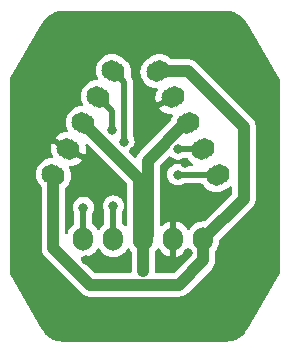
<source format=gbr>
%TF.GenerationSoftware,KiCad,Pcbnew,7.0.9*%
%TF.CreationDate,2024-03-01T11:20:35+09:00*%
%TF.ProjectId,LineIntegratedBoard2,4c696e65-496e-4746-9567-726174656442,rev?*%
%TF.SameCoordinates,Original*%
%TF.FileFunction,Copper,L2,Bot*%
%TF.FilePolarity,Positive*%
%FSLAX46Y46*%
G04 Gerber Fmt 4.6, Leading zero omitted, Abs format (unit mm)*
G04 Created by KiCad (PCBNEW 7.0.9) date 2024-03-01 11:20:35*
%MOMM*%
%LPD*%
G01*
G04 APERTURE LIST*
G04 Aperture macros list*
%AMHorizOval*
0 Thick line with rounded ends*
0 $1 width*
0 $2 $3 position (X,Y) of the first rounded end (center of the circle)*
0 $4 $5 position (X,Y) of the second rounded end (center of the circle)*
0 Add line between two ends*
20,1,$1,$2,$3,$4,$5,0*
0 Add two circle primitives to create the rounded ends*
1,1,$1,$2,$3*
1,1,$1,$4,$5*%
G04 Aperture macros list end*
%TA.AperFunction,SMDPad,CuDef*%
%ADD10O,1.700000X2.000000*%
%TD*%
%TA.AperFunction,SMDPad,CuDef*%
%ADD11HorizOval,1.700000X-0.129904X-0.075000X0.129904X0.075000X0*%
%TD*%
%TA.AperFunction,SMDPad,CuDef*%
%ADD12HorizOval,1.700000X0.129904X-0.075000X-0.129904X0.075000X0*%
%TD*%
%TA.AperFunction,ViaPad*%
%ADD13C,0.800000*%
%TD*%
%TA.AperFunction,Conductor*%
%ADD14C,1.000000*%
%TD*%
%TA.AperFunction,Conductor*%
%ADD15C,0.500000*%
%TD*%
G04 APERTURE END LIST*
D10*
%TO.P,J3,5,Pin_5*%
%TO.N,D6*%
X147320000Y-106934000D03*
%TO.P,J3,4,Pin_4*%
%TO.N,D5*%
X149860000Y-106934000D03*
%TO.P,J3,3,Pin_3*%
%TO.N,LED*%
X152400000Y-106934000D03*
%TO.P,J3,2,Pin_2*%
%TO.N,GND*%
X154940000Y-106934000D03*
%TO.P,J3,1,Pin_1*%
%TO.N,+3V3*%
X157480000Y-106934000D03*
%TD*%
D11*
%TO.P,J1,5,Pin_5*%
%TO.N,D2*%
X158719751Y-101512426D03*
%TO.P,J1,4,Pin_4*%
%TO.N,D1*%
X157449751Y-99312721D03*
%TO.P,J1,3,Pin_3*%
%TO.N,LED*%
X156179751Y-97113017D03*
%TO.P,J1,2,Pin_2*%
%TO.N,GND*%
X154909751Y-94913312D03*
%TO.P,J1,1,Pin_1*%
%TO.N,+3V3*%
X153639751Y-92713608D03*
%TD*%
D12*
%TO.P,J2,5,Pin_5*%
%TO.N,D4*%
X149860000Y-92710000D03*
%TO.P,J2,4,Pin_4*%
%TO.N,D3*%
X148590000Y-94909704D03*
%TO.P,J2,3,Pin_3*%
%TO.N,LED*%
X147320000Y-97109409D03*
%TO.P,J2,2,Pin_2*%
%TO.N,GND*%
X146050000Y-99309113D03*
%TO.P,J2,1,Pin_1*%
%TO.N,+3V3*%
X144780000Y-101508818D03*
%TD*%
D13*
%TO.N,GND*%
X151638000Y-99441000D03*
X150749000Y-109093000D03*
X147574000Y-108712000D03*
X146177000Y-94488000D03*
X146177000Y-91948000D03*
X154305000Y-96647000D03*
X155956000Y-100457000D03*
X152400000Y-89535000D03*
X145161000Y-88646000D03*
X159766000Y-88646000D03*
X158242000Y-92456000D03*
X151765000Y-91948000D03*
X152781000Y-94615000D03*
X147828000Y-100203000D03*
X150495000Y-102870000D03*
X156210000Y-108077000D03*
X153797000Y-108966000D03*
X157988000Y-103759000D03*
X154432000Y-104775000D03*
X154432000Y-102616000D03*
X141986000Y-92964000D03*
X141986000Y-104902000D03*
X145161000Y-114681000D03*
X145669000Y-111125000D03*
X159512000Y-107823000D03*
X158242000Y-110490000D03*
%TO.N,+3V3*%
X156210000Y-92710000D03*
X155194000Y-92710000D03*
%TO.N,LED*%
X152400000Y-109601000D03*
X152400000Y-108585000D03*
%TO.N,D6*%
X147320000Y-104267000D03*
%TO.N,D5*%
X149860000Y-104140000D03*
%TO.N,D4*%
X150749000Y-98679000D03*
%TO.N,D3*%
X149733000Y-97663000D03*
%TO.N,D2*%
X155321000Y-101473000D03*
%TO.N,D1*%
X155321000Y-99314000D03*
%TD*%
D14*
%TO.N,+3V3*%
X156210000Y-92710000D02*
X160909000Y-97409000D01*
X160909000Y-97409000D02*
X160909000Y-103505000D01*
X160909000Y-103505000D02*
X157480000Y-106934000D01*
X155194000Y-92710000D02*
X153643359Y-92710000D01*
X155194000Y-92710000D02*
X156210000Y-92710000D01*
X153643359Y-92710000D02*
X153639751Y-92713608D01*
X157480000Y-106934000D02*
X157480000Y-108712000D01*
X144780000Y-107696000D02*
X144780000Y-101508818D01*
X157480000Y-108712000D02*
X155391000Y-110801000D01*
X155391000Y-110801000D02*
X147885000Y-110801000D01*
X147885000Y-110801000D02*
X144780000Y-107696000D01*
%TO.N,LED*%
X152400000Y-106934000D02*
X152400000Y-109601000D01*
X147320000Y-97109409D02*
X152019000Y-101808409D01*
X152019000Y-101808409D02*
X152019000Y-106553000D01*
X152019000Y-106553000D02*
X152400000Y-106934000D01*
X152400000Y-106934000D02*
X152781000Y-106553000D01*
X152781000Y-106553000D02*
X152781000Y-100298365D01*
X152781000Y-100298365D02*
X155966348Y-97113017D01*
X155966348Y-97113017D02*
X156179751Y-97113017D01*
D15*
%TO.N,D6*%
X147320000Y-104267000D02*
X147320000Y-106934000D01*
%TO.N,D5*%
X149860000Y-104140000D02*
X149860000Y-106934000D01*
%TO.N,D4*%
X150749000Y-93599000D02*
X149860000Y-92710000D01*
X150749000Y-98679000D02*
X150749000Y-93599000D01*
%TO.N,D3*%
X149733000Y-97663000D02*
X149733000Y-96052704D01*
X149733000Y-96052704D02*
X148590000Y-94909704D01*
%TO.N,D2*%
X155321000Y-101473000D02*
X158680325Y-101473000D01*
X158680325Y-101473000D02*
X158719751Y-101512426D01*
%TO.N,D1*%
X155321000Y-99314000D02*
X157448472Y-99314000D01*
X157448472Y-99314000D02*
X157449751Y-99312721D01*
%TD*%
%TA.AperFunction,Conductor*%
%TO.N,GND*%
G36*
X151214855Y-107750543D02*
G01*
X151231571Y-107769836D01*
X151275617Y-107832739D01*
X151361504Y-107955400D01*
X151363173Y-107957069D01*
X151363675Y-107957989D01*
X151364986Y-107959551D01*
X151364672Y-107959814D01*
X151396664Y-108018389D01*
X151399500Y-108044758D01*
X151399500Y-109651741D01*
X151400742Y-109663954D01*
X151387941Y-109732641D01*
X151340038Y-109783504D01*
X151277378Y-109800500D01*
X148350783Y-109800500D01*
X148283744Y-109780815D01*
X148263102Y-109764181D01*
X147727160Y-109228239D01*
X147142910Y-108643990D01*
X147109426Y-108582668D01*
X147114410Y-108512976D01*
X147156282Y-108457043D01*
X147221746Y-108432626D01*
X147241397Y-108432781D01*
X147298645Y-108437790D01*
X147319999Y-108439659D01*
X147320000Y-108439659D01*
X147320001Y-108439659D01*
X147359234Y-108436226D01*
X147555408Y-108419063D01*
X147783663Y-108357903D01*
X147997829Y-108258035D01*
X148191401Y-108122495D01*
X148358495Y-107955401D01*
X148488426Y-107769838D01*
X148543001Y-107726215D01*
X148612500Y-107719021D01*
X148674855Y-107750543D01*
X148691571Y-107769836D01*
X148821505Y-107955401D01*
X148988599Y-108122495D01*
X148993695Y-108126063D01*
X149182165Y-108258032D01*
X149182167Y-108258033D01*
X149182170Y-108258035D01*
X149396337Y-108357903D01*
X149624592Y-108419063D01*
X149812918Y-108435539D01*
X149859999Y-108439659D01*
X149860000Y-108439659D01*
X149860001Y-108439659D01*
X149899234Y-108436226D01*
X150095408Y-108419063D01*
X150323663Y-108357903D01*
X150537829Y-108258035D01*
X150731401Y-108122495D01*
X150898495Y-107955401D01*
X151028426Y-107769838D01*
X151083001Y-107726215D01*
X151152500Y-107719021D01*
X151214855Y-107750543D01*
G37*
%TD.AperFunction*%
%TA.AperFunction,Conductor*%
G36*
X154655323Y-99941474D02*
G01*
X154704139Y-99974682D01*
X154715132Y-99986891D01*
X154715135Y-99986893D01*
X154868265Y-100098148D01*
X154868270Y-100098151D01*
X155041192Y-100175142D01*
X155041197Y-100175144D01*
X155226354Y-100214500D01*
X155226355Y-100214500D01*
X155415644Y-100214500D01*
X155415646Y-100214500D01*
X155600803Y-100175144D01*
X155773730Y-100098151D01*
X155775776Y-100096664D01*
X155787452Y-100088182D01*
X155853258Y-100064702D01*
X155860337Y-100064500D01*
X156080526Y-100064500D01*
X156147565Y-100084185D01*
X156182100Y-100117376D01*
X156281351Y-100259120D01*
X156281359Y-100259129D01*
X156448443Y-100426214D01*
X156448449Y-100426219D01*
X156549429Y-100496925D01*
X156593054Y-100551501D01*
X156600248Y-100621000D01*
X156568726Y-100683354D01*
X156508496Y-100718769D01*
X156478306Y-100722500D01*
X155860337Y-100722500D01*
X155793298Y-100702815D01*
X155787452Y-100698818D01*
X155773734Y-100688851D01*
X155773729Y-100688848D01*
X155600807Y-100611857D01*
X155600802Y-100611855D01*
X155455001Y-100580865D01*
X155415646Y-100572500D01*
X155226354Y-100572500D01*
X155193897Y-100579398D01*
X155041197Y-100611855D01*
X155041192Y-100611857D01*
X154868270Y-100688848D01*
X154868265Y-100688851D01*
X154715129Y-100800111D01*
X154588466Y-100940785D01*
X154493821Y-101104715D01*
X154493818Y-101104722D01*
X154435327Y-101284740D01*
X154435326Y-101284744D01*
X154415540Y-101473000D01*
X154435326Y-101661256D01*
X154435327Y-101661259D01*
X154493818Y-101841277D01*
X154493821Y-101841284D01*
X154588467Y-102005216D01*
X154684299Y-102111648D01*
X154715129Y-102145888D01*
X154868265Y-102257148D01*
X154868270Y-102257151D01*
X155041192Y-102334142D01*
X155041197Y-102334144D01*
X155226354Y-102373500D01*
X155226355Y-102373500D01*
X155415644Y-102373500D01*
X155415646Y-102373500D01*
X155600803Y-102334144D01*
X155773730Y-102257151D01*
X155775776Y-102255664D01*
X155787452Y-102247182D01*
X155853258Y-102223702D01*
X155860337Y-102223500D01*
X157322024Y-102223500D01*
X157389063Y-102243185D01*
X157423598Y-102276376D01*
X157551351Y-102458825D01*
X157551359Y-102458834D01*
X157679323Y-102586799D01*
X157718445Y-102625921D01*
X157912017Y-102761460D01*
X158126184Y-102861329D01*
X158354438Y-102922489D01*
X158542765Y-102938965D01*
X158589846Y-102943085D01*
X158589847Y-102943085D01*
X158589849Y-102943085D01*
X158648698Y-102937936D01*
X158825254Y-102922490D01*
X159053508Y-102861329D01*
X159214030Y-102786477D01*
X159575970Y-102577511D01*
X159575970Y-102577510D01*
X159575975Y-102577508D01*
X159575974Y-102577508D01*
X159713378Y-102481296D01*
X159779582Y-102458970D01*
X159847350Y-102475980D01*
X159895163Y-102526928D01*
X159908500Y-102582872D01*
X159908500Y-103039217D01*
X159888815Y-103106256D01*
X159872181Y-103126898D01*
X157604324Y-105394754D01*
X157543001Y-105428239D01*
X157505836Y-105430601D01*
X157480002Y-105428341D01*
X157479999Y-105428341D01*
X157244596Y-105448936D01*
X157244586Y-105448938D01*
X157016344Y-105510094D01*
X157016335Y-105510098D01*
X156802171Y-105609964D01*
X156802169Y-105609965D01*
X156608597Y-105745505D01*
X156441508Y-105912594D01*
X156311269Y-106098595D01*
X156256692Y-106142219D01*
X156187193Y-106149412D01*
X156124839Y-106117890D01*
X156108119Y-106098594D01*
X155978113Y-105912926D01*
X155978108Y-105912920D01*
X155811082Y-105745894D01*
X155617578Y-105610399D01*
X155403492Y-105510570D01*
X155403486Y-105510567D01*
X155190000Y-105453364D01*
X155190000Y-108414633D01*
X155403483Y-108357433D01*
X155403492Y-108357429D01*
X155617577Y-108257600D01*
X155617579Y-108257599D01*
X155811073Y-108122113D01*
X155811079Y-108122108D01*
X155978108Y-107955079D01*
X155978113Y-107955073D01*
X156108119Y-107769405D01*
X156162696Y-107725780D01*
X156232194Y-107718586D01*
X156294549Y-107750109D01*
X156311269Y-107769405D01*
X156441504Y-107955400D01*
X156443173Y-107957069D01*
X156443675Y-107957989D01*
X156444986Y-107959551D01*
X156444672Y-107959814D01*
X156476664Y-108018389D01*
X156479500Y-108044758D01*
X156479500Y-108246217D01*
X156459815Y-108313256D01*
X156443181Y-108333898D01*
X155012899Y-109764181D01*
X154951576Y-109797666D01*
X154925218Y-109800500D01*
X153524500Y-109800500D01*
X153457461Y-109780815D01*
X153411706Y-109728011D01*
X153400500Y-109676500D01*
X153400500Y-108044758D01*
X153420185Y-107977719D01*
X153436827Y-107957069D01*
X153438495Y-107955401D01*
X153568732Y-107769402D01*
X153623306Y-107725779D01*
X153692805Y-107718585D01*
X153755160Y-107750107D01*
X153771880Y-107769404D01*
X153901886Y-107955073D01*
X153901891Y-107955079D01*
X154068917Y-108122105D01*
X154262421Y-108257600D01*
X154476507Y-108357429D01*
X154476516Y-108357433D01*
X154690000Y-108414634D01*
X154690000Y-105453364D01*
X154689999Y-105453364D01*
X154476513Y-105510567D01*
X154476507Y-105510570D01*
X154262422Y-105610399D01*
X154262420Y-105610400D01*
X154068926Y-105745886D01*
X154068920Y-105745891D01*
X153993181Y-105821631D01*
X153931858Y-105855116D01*
X153862166Y-105850132D01*
X153806233Y-105808260D01*
X153781816Y-105742796D01*
X153781500Y-105733950D01*
X153781500Y-100764147D01*
X153801185Y-100697108D01*
X153817815Y-100676470D01*
X154524311Y-99969973D01*
X154585632Y-99936490D01*
X154655323Y-99941474D01*
G37*
%TD.AperFunction*%
%TA.AperFunction,Conductor*%
G36*
X159424682Y-87616633D02*
G01*
X159450904Y-87618350D01*
X159475838Y-87619984D01*
X159695683Y-87636458D01*
X159703109Y-87637471D01*
X159810804Y-87658890D01*
X159971230Y-87695508D01*
X159977331Y-87697234D01*
X160090184Y-87735540D01*
X160092810Y-87736501D01*
X160236187Y-87792772D01*
X160240922Y-87794864D01*
X160350541Y-87848920D01*
X160354099Y-87850821D01*
X160485652Y-87926773D01*
X160489097Y-87928916D01*
X160519248Y-87949061D01*
X160590603Y-87996738D01*
X160594798Y-87999804D01*
X160715473Y-88096039D01*
X160717678Y-88097884D01*
X160806893Y-88176122D01*
X160811467Y-88180569D01*
X160923486Y-88301297D01*
X160924073Y-88301929D01*
X160995751Y-88383660D01*
X161000369Y-88389620D01*
X161126627Y-88574808D01*
X161152903Y-88614132D01*
X161155037Y-88617563D01*
X163930466Y-93424745D01*
X163940387Y-93441929D01*
X163957000Y-93503929D01*
X163957000Y-109728069D01*
X163940387Y-109790069D01*
X161155295Y-114613989D01*
X161153151Y-114617436D01*
X161124644Y-114660099D01*
X161000514Y-114842159D01*
X160995898Y-114848117D01*
X160923315Y-114930883D01*
X160811670Y-115051207D01*
X160807096Y-115055654D01*
X160717161Y-115134522D01*
X160714939Y-115136380D01*
X160595089Y-115231959D01*
X160590876Y-115235038D01*
X160488683Y-115303320D01*
X160485236Y-115305463D01*
X160354530Y-115380925D01*
X160350950Y-115382838D01*
X160240598Y-115437257D01*
X160235826Y-115439365D01*
X160093482Y-115495232D01*
X160090758Y-115496228D01*
X159977056Y-115534822D01*
X159970921Y-115536558D01*
X159811872Y-115572861D01*
X159702863Y-115594542D01*
X159695398Y-115595560D01*
X159620392Y-115601181D01*
X159479366Y-115611750D01*
X159424168Y-115615367D01*
X159420112Y-115615500D01*
X145568283Y-115615500D01*
X145564228Y-115615367D01*
X145556739Y-115614876D01*
X145512899Y-115612001D01*
X145363568Y-115600811D01*
X145293342Y-115595548D01*
X145285877Y-115594529D01*
X145177600Y-115572990D01*
X145017914Y-115536541D01*
X145011777Y-115534804D01*
X144898240Y-115496262D01*
X144895518Y-115495267D01*
X144753117Y-115439378D01*
X144748344Y-115437269D01*
X144637868Y-115382786D01*
X144634290Y-115380874D01*
X144503852Y-115305565D01*
X144500405Y-115303422D01*
X144397875Y-115234911D01*
X144393663Y-115231832D01*
X144274360Y-115136690D01*
X144272137Y-115134831D01*
X144223617Y-115092280D01*
X144181629Y-115055456D01*
X144177079Y-115051033D01*
X144066382Y-114931729D01*
X144053647Y-114917207D01*
X143992841Y-114847870D01*
X143988247Y-114841941D01*
X143866629Y-114663559D01*
X143849427Y-114637815D01*
X143835463Y-114616914D01*
X143833320Y-114613469D01*
X141113613Y-109902797D01*
X141097000Y-109840797D01*
X141097000Y-101433818D01*
X143294437Y-101433818D01*
X143315032Y-101669222D01*
X143315034Y-101669232D01*
X143376190Y-101897473D01*
X143376193Y-101897482D01*
X143476060Y-102111645D01*
X143583617Y-102265255D01*
X143611601Y-102305220D01*
X143743181Y-102436798D01*
X143776666Y-102498121D01*
X143779500Y-102524480D01*
X143779500Y-107683283D01*
X143777243Y-107772362D01*
X143777243Y-107772370D01*
X143788064Y-107832739D01*
X143788718Y-107837404D01*
X143794925Y-107898430D01*
X143794927Y-107898444D01*
X143805208Y-107931213D01*
X143807079Y-107938837D01*
X143813142Y-107972652D01*
X143813142Y-107972655D01*
X143835894Y-108029612D01*
X143837474Y-108034051D01*
X143855841Y-108092588D01*
X143855844Y-108092595D01*
X143872509Y-108122619D01*
X143875879Y-108129714D01*
X143888622Y-108161614D01*
X143888627Y-108161624D01*
X143922377Y-108212833D01*
X143924818Y-108216863D01*
X143954588Y-108270498D01*
X143954589Y-108270499D01*
X143954591Y-108270502D01*
X143976968Y-108296567D01*
X143981693Y-108302835D01*
X143994263Y-108321906D01*
X144000598Y-108331519D01*
X144043978Y-108374899D01*
X144047169Y-108378343D01*
X144087131Y-108424892D01*
X144087130Y-108424892D01*
X144114299Y-108445923D01*
X144120186Y-108451107D01*
X147168547Y-111499467D01*
X147229941Y-111564053D01*
X147229944Y-111564055D01*
X147229947Y-111564058D01*
X147264053Y-111587795D01*
X147280303Y-111599106D01*
X147284044Y-111601926D01*
X147331593Y-111640698D01*
X147362045Y-111656604D01*
X147368756Y-111660671D01*
X147396951Y-111680295D01*
X147453332Y-111704490D01*
X147457567Y-111706501D01*
X147511951Y-111734909D01*
X147544973Y-111744356D01*
X147552365Y-111746989D01*
X147583940Y-111760539D01*
X147583941Y-111760540D01*
X147597054Y-111763234D01*
X147644055Y-111772892D01*
X147648595Y-111774006D01*
X147707582Y-111790886D01*
X147741841Y-111793494D01*
X147749609Y-111794585D01*
X147783255Y-111801500D01*
X147783259Y-111801500D01*
X147844601Y-111801500D01*
X147849308Y-111801678D01*
X147876597Y-111803757D01*
X147910475Y-111806337D01*
X147910475Y-111806336D01*
X147910476Y-111806337D01*
X147944559Y-111801996D01*
X147952389Y-111801500D01*
X155378284Y-111801500D01*
X155467358Y-111803757D01*
X155467358Y-111803756D01*
X155467363Y-111803757D01*
X155527753Y-111792932D01*
X155532412Y-111792280D01*
X155574607Y-111787988D01*
X155593438Y-111786074D01*
X155626227Y-111775786D01*
X155633840Y-111773918D01*
X155667653Y-111767858D01*
X155724621Y-111745101D01*
X155729053Y-111743524D01*
X155787588Y-111725159D01*
X155817627Y-111708484D01*
X155824708Y-111705122D01*
X155856617Y-111692377D01*
X155907854Y-111658608D01*
X155911851Y-111656187D01*
X155965502Y-111626409D01*
X155991568Y-111604030D01*
X155997843Y-111599300D01*
X155998145Y-111599101D01*
X156026519Y-111580402D01*
X156069892Y-111537027D01*
X156073350Y-111533823D01*
X156076613Y-111531020D01*
X156119895Y-111493866D01*
X156140928Y-111466691D01*
X156146098Y-111460821D01*
X158178468Y-109428451D01*
X158243053Y-109367059D01*
X158278099Y-109316706D01*
X158280938Y-109312941D01*
X158284612Y-109308435D01*
X158319698Y-109265407D01*
X158335601Y-109234960D01*
X158339674Y-109228239D01*
X158344489Y-109221320D01*
X158359295Y-109200049D01*
X158383492Y-109143660D01*
X158385498Y-109139435D01*
X158413909Y-109085049D01*
X158423357Y-109052022D01*
X158425988Y-109044633D01*
X158439540Y-109013058D01*
X158451895Y-108952930D01*
X158452999Y-108948429D01*
X158469886Y-108889418D01*
X158472494Y-108855157D01*
X158473585Y-108847389D01*
X158480500Y-108813743D01*
X158480500Y-108752398D01*
X158480679Y-108747688D01*
X158485337Y-108686524D01*
X158480997Y-108652442D01*
X158480500Y-108644603D01*
X158480500Y-108044758D01*
X158500185Y-107977719D01*
X158516827Y-107957069D01*
X158518495Y-107955401D01*
X158654035Y-107761829D01*
X158753903Y-107547663D01*
X158815063Y-107319408D01*
X158830500Y-107142966D01*
X158830500Y-107049782D01*
X158850185Y-106982743D01*
X158866814Y-106962106D01*
X161607487Y-104221433D01*
X161672053Y-104160059D01*
X161707097Y-104109709D01*
X161709924Y-104105957D01*
X161748698Y-104058407D01*
X161764607Y-104027948D01*
X161768667Y-104021248D01*
X161788295Y-103993049D01*
X161812492Y-103936660D01*
X161814498Y-103932435D01*
X161842909Y-103878049D01*
X161852357Y-103845022D01*
X161854988Y-103837633D01*
X161868540Y-103806058D01*
X161880895Y-103745930D01*
X161881999Y-103741429D01*
X161898886Y-103682418D01*
X161901494Y-103648157D01*
X161902585Y-103640389D01*
X161909500Y-103606743D01*
X161909500Y-103545398D01*
X161909679Y-103540688D01*
X161914337Y-103479524D01*
X161909997Y-103445442D01*
X161909500Y-103437603D01*
X161909500Y-97421715D01*
X161911757Y-97332642D01*
X161911756Y-97332641D01*
X161911757Y-97332637D01*
X161900930Y-97272234D01*
X161900280Y-97267599D01*
X161894074Y-97206562D01*
X161883790Y-97173786D01*
X161881920Y-97166168D01*
X161875859Y-97132348D01*
X161875858Y-97132346D01*
X161875858Y-97132344D01*
X161853098Y-97075366D01*
X161851517Y-97070925D01*
X161840059Y-97034406D01*
X161833159Y-97012412D01*
X161816482Y-96982366D01*
X161813122Y-96975288D01*
X161811839Y-96972075D01*
X161800378Y-96943383D01*
X161800375Y-96943378D01*
X161800374Y-96943376D01*
X161782653Y-96916489D01*
X161766605Y-96892139D01*
X161764183Y-96888142D01*
X161734409Y-96834498D01*
X161712034Y-96808434D01*
X161707306Y-96802163D01*
X161688404Y-96773484D01*
X161688399Y-96773478D01*
X161659249Y-96744329D01*
X161645019Y-96730099D01*
X161641828Y-96726655D01*
X161601865Y-96680104D01*
X161574694Y-96659072D01*
X161568807Y-96653887D01*
X156926452Y-92011532D01*
X156865059Y-91946947D01*
X156817151Y-91913602D01*
X156814709Y-91911902D01*
X156810946Y-91909064D01*
X156763413Y-91870305D01*
X156763406Y-91870300D01*
X156732959Y-91854397D01*
X156726251Y-91850334D01*
X156698049Y-91830705D01*
X156698046Y-91830703D01*
X156698045Y-91830703D01*
X156698041Y-91830701D01*
X156641680Y-91806514D01*
X156637424Y-91804493D01*
X156583057Y-91776094D01*
X156583050Y-91776091D01*
X156583049Y-91776091D01*
X156577008Y-91774362D01*
X156550030Y-91766642D01*
X156542630Y-91764008D01*
X156511057Y-91750459D01*
X156511058Y-91750459D01*
X156450966Y-91738109D01*
X156446391Y-91736986D01*
X156387420Y-91720113D01*
X156387425Y-91720113D01*
X156353158Y-91717503D01*
X156345380Y-91716412D01*
X156311742Y-91709500D01*
X156311741Y-91709500D01*
X156250402Y-91709500D01*
X156245695Y-91709321D01*
X156240121Y-91708896D01*
X156184524Y-91704662D01*
X156164589Y-91707201D01*
X156150440Y-91709003D01*
X156142611Y-91709500D01*
X154801805Y-91709500D01*
X154734766Y-91689815D01*
X154714124Y-91673181D01*
X154641057Y-91600114D01*
X154641051Y-91600109D01*
X154447485Y-91464574D01*
X154447483Y-91464573D01*
X154393834Y-91439556D01*
X154233318Y-91364706D01*
X154233314Y-91364705D01*
X154233310Y-91364703D01*
X154005063Y-91303545D01*
X153769657Y-91282950D01*
X153769654Y-91282950D01*
X153651951Y-91293247D01*
X153534248Y-91303544D01*
X153534245Y-91303544D01*
X153306000Y-91364702D01*
X153305986Y-91364707D01*
X153153209Y-91435949D01*
X153145472Y-91439557D01*
X152873637Y-91596501D01*
X152783527Y-91648526D01*
X152783528Y-91648526D01*
X152638442Y-91750116D01*
X152471353Y-91917204D01*
X152471348Y-91917210D01*
X152335811Y-92110780D01*
X152235944Y-92324943D01*
X152235941Y-92324952D01*
X152174785Y-92553193D01*
X152174783Y-92553203D01*
X152154188Y-92788606D01*
X152154188Y-92788609D01*
X152174782Y-93024009D01*
X152174783Y-93024017D01*
X152235942Y-93252264D01*
X152235946Y-93252275D01*
X152335809Y-93466433D01*
X152335815Y-93466443D01*
X152471351Y-93660007D01*
X152471359Y-93660016D01*
X152607547Y-93796205D01*
X152638445Y-93827103D01*
X152832017Y-93962642D01*
X153046184Y-94062511D01*
X153274438Y-94123671D01*
X153500635Y-94143461D01*
X153565703Y-94168914D01*
X153606682Y-94225504D01*
X153610560Y-94295266D01*
X153602209Y-94319394D01*
X153506418Y-94524819D01*
X153506414Y-94524828D01*
X153445280Y-94752985D01*
X153445278Y-94752994D01*
X153424690Y-94988310D01*
X153424690Y-94988312D01*
X153445277Y-95223626D01*
X153445279Y-95223637D01*
X153502482Y-95437122D01*
X154893869Y-94633805D01*
X154961769Y-94617332D01*
X155027796Y-94640185D01*
X155063256Y-94679192D01*
X155189256Y-94897430D01*
X155205729Y-94965330D01*
X155182876Y-95031357D01*
X155143869Y-95066817D01*
X153752481Y-95870135D01*
X153752481Y-95870136D01*
X153908765Y-96026420D01*
X154102267Y-96161910D01*
X154102269Y-96161911D01*
X154316354Y-96261740D01*
X154316363Y-96261744D01*
X154544520Y-96322878D01*
X154544530Y-96322880D01*
X154770329Y-96342635D01*
X154835398Y-96368087D01*
X154876377Y-96424678D01*
X154880255Y-96494440D01*
X154871904Y-96518568D01*
X154777628Y-96720743D01*
X154775944Y-96724354D01*
X154746432Y-96834495D01*
X154724461Y-96916489D01*
X154692367Y-96972075D01*
X152082532Y-99581911D01*
X152017946Y-99643307D01*
X151982899Y-99693659D01*
X151980062Y-99697421D01*
X151941302Y-99744957D01*
X151941299Y-99744962D01*
X151925392Y-99775412D01*
X151921324Y-99782126D01*
X151901702Y-99810319D01*
X151877509Y-99866695D01*
X151875488Y-99870949D01*
X151847091Y-99925316D01*
X151847089Y-99925319D01*
X151839124Y-99953154D01*
X151801754Y-100012190D01*
X151738399Y-100041651D01*
X151669174Y-100032182D01*
X151632229Y-100006718D01*
X151238903Y-99613392D01*
X151205418Y-99552069D01*
X151210402Y-99482377D01*
X151252274Y-99426444D01*
X151253573Y-99425484D01*
X151354871Y-99351888D01*
X151481533Y-99211216D01*
X151576179Y-99047284D01*
X151634674Y-98867256D01*
X151654460Y-98679000D01*
X151634674Y-98490744D01*
X151576179Y-98310716D01*
X151516113Y-98206677D01*
X151499500Y-98144677D01*
X151499500Y-93662705D01*
X151500809Y-93644735D01*
X151501129Y-93642547D01*
X151504289Y-93620977D01*
X151499735Y-93568931D01*
X151499500Y-93563528D01*
X151499500Y-93555297D01*
X151499500Y-93555291D01*
X151495693Y-93522724D01*
X151488999Y-93446203D01*
X151488999Y-93446201D01*
X151487539Y-93439129D01*
X151487597Y-93439116D01*
X151485965Y-93431757D01*
X151485906Y-93431772D01*
X151484242Y-93424753D01*
X151484241Y-93424745D01*
X151457974Y-93352576D01*
X151433814Y-93279666D01*
X151433809Y-93279659D01*
X151430760Y-93273118D01*
X151430815Y-93273091D01*
X151427533Y-93266313D01*
X151427480Y-93266340D01*
X151424235Y-93259880D01*
X151382028Y-93195708D01*
X151337920Y-93124198D01*
X151340605Y-93122541D01*
X151319703Y-93070899D01*
X151323323Y-93026544D01*
X151324968Y-93020407D01*
X151345246Y-92788607D01*
X151345562Y-92785000D01*
X151345562Y-92784996D01*
X151332439Y-92635000D01*
X151324967Y-92549591D01*
X151264773Y-92324945D01*
X151263808Y-92321343D01*
X151263807Y-92321342D01*
X151263806Y-92321336D01*
X151163938Y-92107169D01*
X151058904Y-91957164D01*
X151028402Y-91913602D01*
X151028397Y-91913596D01*
X150861308Y-91746508D01*
X150847710Y-91736986D01*
X150716223Y-91644918D01*
X150716224Y-91644918D01*
X150638621Y-91600114D01*
X150354279Y-91435949D01*
X150354277Y-91435948D01*
X150193763Y-91361099D01*
X150193752Y-91361095D01*
X149965505Y-91299936D01*
X149965497Y-91299935D01*
X149730098Y-91279341D01*
X149730095Y-91279341D01*
X149494691Y-91299936D01*
X149494681Y-91299938D01*
X149266440Y-91361094D01*
X149266433Y-91361096D01*
X149266433Y-91361097D01*
X149258691Y-91364707D01*
X149052267Y-91460964D01*
X149052265Y-91460965D01*
X148858698Y-91596501D01*
X148858692Y-91596506D01*
X148691608Y-91763591D01*
X148691600Y-91763600D01*
X148556064Y-91957164D01*
X148556058Y-91957174D01*
X148456195Y-92171332D01*
X148456191Y-92171343D01*
X148395032Y-92399590D01*
X148395031Y-92399598D01*
X148374437Y-92634997D01*
X148374437Y-92635000D01*
X148395032Y-92870404D01*
X148395034Y-92870414D01*
X148456190Y-93098655D01*
X148456192Y-93098659D01*
X148456193Y-93098663D01*
X148470967Y-93130345D01*
X148551927Y-93303964D01*
X148562419Y-93373042D01*
X148533899Y-93436826D01*
X148475423Y-93475065D01*
X148450353Y-93479897D01*
X148224691Y-93499640D01*
X148224681Y-93499642D01*
X147996440Y-93560798D01*
X147996431Y-93560802D01*
X147782267Y-93660668D01*
X147782265Y-93660669D01*
X147588698Y-93796205D01*
X147588692Y-93796210D01*
X147421608Y-93963295D01*
X147421600Y-93963304D01*
X147286064Y-94156868D01*
X147286058Y-94156878D01*
X147186195Y-94371036D01*
X147186191Y-94371047D01*
X147125032Y-94599294D01*
X147125031Y-94599302D01*
X147104437Y-94834701D01*
X147104437Y-94834704D01*
X147125032Y-95070108D01*
X147125034Y-95070118D01*
X147186190Y-95298359D01*
X147186193Y-95298368D01*
X147281928Y-95503669D01*
X147292420Y-95572746D01*
X147263900Y-95636530D01*
X147205424Y-95674770D01*
X147180354Y-95679602D01*
X146954691Y-95699345D01*
X146954681Y-95699347D01*
X146726440Y-95760503D01*
X146726433Y-95760505D01*
X146726433Y-95760506D01*
X146718691Y-95764116D01*
X146512267Y-95860373D01*
X146512265Y-95860374D01*
X146318698Y-95995910D01*
X146318692Y-95995915D01*
X146151608Y-96163000D01*
X146151600Y-96163009D01*
X146016064Y-96356573D01*
X146016058Y-96356583D01*
X145916195Y-96570741D01*
X145916191Y-96570752D01*
X145855032Y-96798999D01*
X145855031Y-96799007D01*
X145834437Y-97034406D01*
X145834437Y-97034409D01*
X145855032Y-97269813D01*
X145855034Y-97269823D01*
X145916190Y-97498064D01*
X145916192Y-97498068D01*
X145916193Y-97498072D01*
X145952102Y-97575078D01*
X146012152Y-97703856D01*
X146022644Y-97772934D01*
X145994124Y-97836718D01*
X145935648Y-97874957D01*
X145910578Y-97879789D01*
X145684778Y-97899544D01*
X145684769Y-97899546D01*
X145456612Y-97960680D01*
X145456598Y-97960685D01*
X145242522Y-98060510D01*
X145242516Y-98060513D01*
X145049014Y-98196004D01*
X144892729Y-98352288D01*
X144892729Y-98352289D01*
X145972628Y-98975768D01*
X145972634Y-98975770D01*
X147457267Y-99832924D01*
X147514472Y-99619432D01*
X147514472Y-99619431D01*
X147535060Y-99384114D01*
X147535060Y-99384110D01*
X147514472Y-99148796D01*
X147514471Y-99148789D01*
X147476859Y-99008420D01*
X147478522Y-98938570D01*
X147517684Y-98880707D01*
X147581913Y-98853203D01*
X147650815Y-98864789D01*
X147684315Y-98888645D01*
X150982181Y-102186511D01*
X151015666Y-102247834D01*
X151018500Y-102274192D01*
X151018500Y-105733242D01*
X150998815Y-105800281D01*
X150946011Y-105846036D01*
X150876853Y-105855980D01*
X150813297Y-105826955D01*
X150806819Y-105820923D01*
X150731403Y-105745507D01*
X150731401Y-105745505D01*
X150696370Y-105720976D01*
X150663375Y-105697872D01*
X150619751Y-105643294D01*
X150610500Y-105596298D01*
X150610500Y-104674321D01*
X150627113Y-104612321D01*
X150687179Y-104508284D01*
X150745674Y-104328256D01*
X150765460Y-104140000D01*
X150745674Y-103951744D01*
X150687179Y-103771716D01*
X150592533Y-103607784D01*
X150465871Y-103467112D01*
X150436045Y-103445442D01*
X150312734Y-103355851D01*
X150312729Y-103355848D01*
X150139807Y-103278857D01*
X150139802Y-103278855D01*
X149994001Y-103247865D01*
X149954646Y-103239500D01*
X149765354Y-103239500D01*
X149732897Y-103246398D01*
X149580197Y-103278855D01*
X149580192Y-103278857D01*
X149407270Y-103355848D01*
X149407265Y-103355851D01*
X149254129Y-103467111D01*
X149127466Y-103607785D01*
X149032821Y-103771715D01*
X149032818Y-103771722D01*
X148980604Y-103932421D01*
X148974326Y-103951744D01*
X148954540Y-104140000D01*
X148974326Y-104328256D01*
X148974327Y-104328259D01*
X149032818Y-104508277D01*
X149032821Y-104508284D01*
X149092887Y-104612321D01*
X149109500Y-104674321D01*
X149109500Y-105596298D01*
X149089815Y-105663337D01*
X149056625Y-105697872D01*
X148988595Y-105745507D01*
X148821505Y-105912597D01*
X148691575Y-106098158D01*
X148636998Y-106141783D01*
X148567500Y-106148977D01*
X148505145Y-106117454D01*
X148488425Y-106098158D01*
X148358494Y-105912597D01*
X148191404Y-105745507D01*
X148123375Y-105697872D01*
X148079751Y-105643294D01*
X148070500Y-105596298D01*
X148070500Y-104801321D01*
X148087113Y-104739321D01*
X148147179Y-104635284D01*
X148205674Y-104455256D01*
X148225460Y-104267000D01*
X148205674Y-104078744D01*
X148147179Y-103898716D01*
X148052533Y-103734784D01*
X147925871Y-103594112D01*
X147858822Y-103545398D01*
X147772734Y-103482851D01*
X147772729Y-103482848D01*
X147599807Y-103405857D01*
X147599802Y-103405855D01*
X147454001Y-103374865D01*
X147414646Y-103366500D01*
X147225354Y-103366500D01*
X147192897Y-103373398D01*
X147040197Y-103405855D01*
X147040192Y-103405857D01*
X146867270Y-103482848D01*
X146867265Y-103482851D01*
X146714129Y-103594111D01*
X146587466Y-103734785D01*
X146492821Y-103898715D01*
X146492818Y-103898722D01*
X146434327Y-104078740D01*
X146434326Y-104078744D01*
X146414540Y-104267000D01*
X146434326Y-104455256D01*
X146434327Y-104455259D01*
X146492818Y-104635277D01*
X146492821Y-104635284D01*
X146552887Y-104739321D01*
X146569500Y-104801321D01*
X146569500Y-105596298D01*
X146549815Y-105663337D01*
X146516625Y-105697872D01*
X146448595Y-105745507D01*
X146281505Y-105912597D01*
X146145965Y-106106169D01*
X146145964Y-106106171D01*
X146046098Y-106320335D01*
X146046094Y-106320344D01*
X146024275Y-106401778D01*
X145987910Y-106461439D01*
X145925063Y-106491968D01*
X145855688Y-106483674D01*
X145801810Y-106439188D01*
X145780535Y-106372636D01*
X145780500Y-106369685D01*
X145780500Y-102674480D01*
X145800185Y-102607441D01*
X145816819Y-102586799D01*
X145948398Y-102455219D01*
X146005619Y-102373500D01*
X146083939Y-102261647D01*
X146183806Y-102047479D01*
X146244968Y-101819225D01*
X146265562Y-101583817D01*
X146244967Y-101348409D01*
X146183806Y-101120154D01*
X146087845Y-100914367D01*
X146077354Y-100845292D01*
X146105874Y-100781508D01*
X146164350Y-100743268D01*
X146189421Y-100738436D01*
X146415219Y-100718681D01*
X146415230Y-100718679D01*
X146643387Y-100657545D01*
X146643396Y-100657541D01*
X146857482Y-100557712D01*
X146857486Y-100557710D01*
X147050977Y-100422226D01*
X147050983Y-100422221D01*
X147207267Y-100265936D01*
X146079507Y-99614823D01*
X146079504Y-99614822D01*
X144642731Y-98785301D01*
X144585527Y-98998790D01*
X144585527Y-98998794D01*
X144564940Y-99234111D01*
X144564940Y-99234115D01*
X144585527Y-99469429D01*
X144585529Y-99469439D01*
X144646663Y-99697596D01*
X144646667Y-99697605D01*
X144742458Y-99903031D01*
X144752950Y-99972109D01*
X144724430Y-100035893D01*
X144665953Y-100074132D01*
X144640884Y-100078964D01*
X144414691Y-100098754D01*
X144414681Y-100098756D01*
X144186440Y-100159912D01*
X144186433Y-100159914D01*
X144186433Y-100159915D01*
X144178691Y-100163525D01*
X143972267Y-100259782D01*
X143972265Y-100259783D01*
X143778698Y-100395319D01*
X143778692Y-100395324D01*
X143611608Y-100562409D01*
X143611600Y-100562418D01*
X143476064Y-100755982D01*
X143476058Y-100755992D01*
X143376195Y-100970150D01*
X143376191Y-100970161D01*
X143315032Y-101198408D01*
X143315031Y-101198416D01*
X143294437Y-101433815D01*
X143294437Y-101433818D01*
X141097000Y-101433818D01*
X141097000Y-93391201D01*
X141113613Y-93329201D01*
X141149906Y-93266340D01*
X143833637Y-88617981D01*
X143835766Y-88614559D01*
X143864245Y-88571936D01*
X143988435Y-88389783D01*
X143993023Y-88383863D01*
X144065445Y-88301278D01*
X144177347Y-88180678D01*
X144181884Y-88176267D01*
X144271568Y-88097614D01*
X144273646Y-88095877D01*
X144394068Y-87999844D01*
X144398207Y-87996819D01*
X144499929Y-87928848D01*
X144503280Y-87926764D01*
X144634851Y-87850802D01*
X144638371Y-87848921D01*
X144747921Y-87794895D01*
X144752649Y-87792804D01*
X144896375Y-87736396D01*
X144898966Y-87735449D01*
X145011411Y-87697277D01*
X145017543Y-87695542D01*
X145178944Y-87658702D01*
X145285576Y-87637489D01*
X145292988Y-87636478D01*
X145480784Y-87622405D01*
X145517154Y-87619680D01*
X145548792Y-87617604D01*
X145563619Y-87616632D01*
X145567671Y-87616500D01*
X159420627Y-87616500D01*
X159424682Y-87616633D01*
G37*
%TD.AperFunction*%
%TD*%
M02*

</source>
